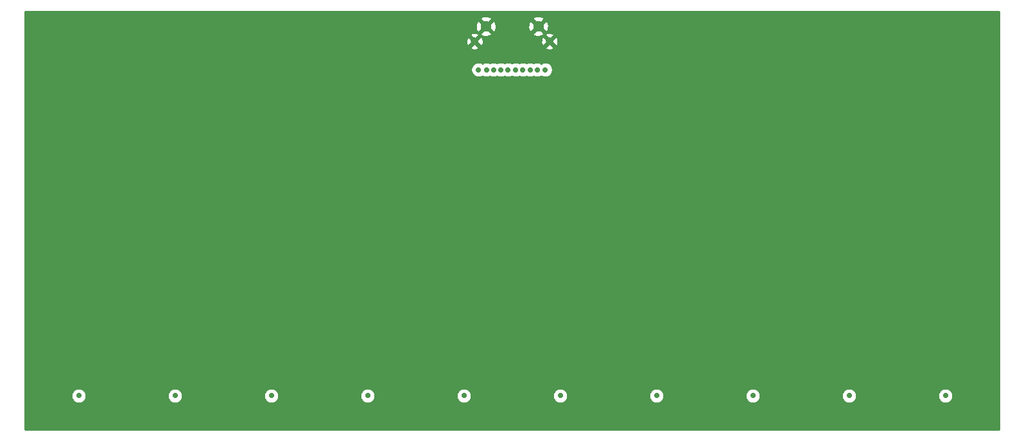
<source format=gbr>
G04 #@! TF.GenerationSoftware,KiCad,Pcbnew,(6.0.0-rc1-dev-305-gf0b8b2136)*
G04 #@! TF.CreationDate,2019-06-24T13:23:36-06:00*
G04 #@! TF.ProjectId,Station04,53746174696F6E30342E6B696361645F,rev?*
G04 #@! TF.SameCoordinates,Original*
G04 #@! TF.FileFunction,Copper,L3,Inr,Signal*
G04 #@! TF.FilePolarity,Positive*
%FSLAX46Y46*%
G04 Gerber Fmt 4.6, Leading zero omitted, Abs format (unit mm)*
G04 Created by KiCad (PCBNEW (6.0.0-rc1-dev-305-gf0b8b2136)) date 06/24/19 13:23:36*
%MOMM*%
%LPD*%
G01*
G04 APERTURE LIST*
G04 #@! TA.AperFunction,ViaPad*
%ADD10C,1.450000*%
G04 #@! TD*
G04 #@! TA.AperFunction,ViaPad*
%ADD11C,1.000000*%
G04 #@! TD*
G04 #@! TA.AperFunction,ViaPad*
%ADD12C,0.800000*%
G04 #@! TD*
G04 #@! TA.AperFunction,ViaPad*
%ADD13C,0.711200*%
G04 #@! TD*
G04 #@! TA.AperFunction,Conductor*
%ADD14C,0.254000*%
G04 #@! TD*
G04 APERTURE END LIST*
D10*
G04 #@! TO.N,GND*
G04 #@! TO.C,U1*
X68310000Y-2610000D03*
X61390000Y-2610000D03*
D11*
X69785000Y-4610000D03*
X59915000Y-4610000D03*
G04 #@! TD*
D12*
G04 #@! TO.N,GND*
X1500000Y-1500000D03*
X1500000Y-4470555D03*
X1500000Y-7441110D03*
X1500000Y-10411665D03*
X1500000Y-13382220D03*
X1500000Y-16352775D03*
X1500000Y-19323330D03*
X1500000Y-22293885D03*
X1500000Y-25264440D03*
X1500000Y-28234995D03*
X1500000Y-31205550D03*
X1500000Y-34176105D03*
X1500000Y-37146660D03*
X1500000Y-40117215D03*
X1500000Y-43087770D03*
X1500000Y-46058325D03*
X1500000Y-49028880D03*
X1500000Y-51999435D03*
X1500000Y-54970000D03*
X8500000Y-16352775D03*
X8500000Y-7441110D03*
X8500000Y-10411665D03*
X8500000Y-25264440D03*
X8500000Y-31205550D03*
X8500000Y-28234995D03*
X8500000Y-1500000D03*
X8500000Y-19323330D03*
X8500000Y-13382220D03*
X8500000Y-4470555D03*
X8500000Y-22293885D03*
X8500000Y-43087770D03*
X8500000Y-40117215D03*
X8500000Y-37146660D03*
X8500000Y-34176105D03*
X15500000Y-19323330D03*
X15500000Y-16352775D03*
X15500000Y-37146660D03*
X15500000Y-40117215D03*
X15500000Y-22293885D03*
X15500000Y-34176105D03*
X15500000Y-4470555D03*
X15500000Y-13382220D03*
X15500000Y-1500000D03*
X15500000Y-31205550D03*
X15500000Y-28234995D03*
X15500000Y-10411665D03*
X15500000Y-7441110D03*
X15500000Y-25264440D03*
X22500000Y-22293885D03*
X22500000Y-1500000D03*
X22500000Y-7441110D03*
X22500000Y-28234995D03*
X22500000Y-19323330D03*
X22500000Y-25264440D03*
X22500000Y-16352775D03*
X22500000Y-10411665D03*
X22500000Y-31205550D03*
X22500000Y-13382220D03*
X22500000Y-4470555D03*
X29500000Y-22293885D03*
X29500000Y-1500000D03*
X29500000Y-7441110D03*
X29500000Y-28234995D03*
X29500000Y-19323330D03*
X29500000Y-25264440D03*
X29500000Y-16352775D03*
X29500000Y-10411665D03*
X29500000Y-13382220D03*
X29500000Y-4470555D03*
X36500000Y-16352775D03*
X36500000Y-13382220D03*
X36500000Y-4470555D03*
X36500000Y-10411665D03*
X36500000Y-19323330D03*
X36500000Y-7441110D03*
X36500000Y-1500000D03*
X36500000Y-22293885D03*
X43500000Y-13382220D03*
X43500000Y-10411665D03*
X43500000Y-4470555D03*
X43500000Y-1500000D03*
X43500000Y-16352775D03*
X43500000Y-7441110D03*
X50500000Y-7441110D03*
X50500000Y-1500000D03*
X50500000Y-4470555D03*
X50500000Y-10411665D03*
X57500000Y-7441110D03*
X57500000Y-1500000D03*
X57500000Y-4470555D03*
X114200000Y-22293885D03*
X114200000Y-1500000D03*
X114200000Y-37146660D03*
X114200000Y-19323330D03*
X114200000Y-28234995D03*
X114200000Y-16352775D03*
X114200000Y-31205550D03*
X114200000Y-7441110D03*
X114200000Y-34176105D03*
X114200000Y-10411665D03*
X114200000Y-40117215D03*
X114200000Y-4470555D03*
X114200000Y-25264440D03*
X114200000Y-13382220D03*
X100200000Y-16352775D03*
X100200000Y-13382220D03*
X100200000Y-4470555D03*
X100200000Y-10411665D03*
X128200000Y-16352775D03*
X128200000Y-7441110D03*
X128200000Y-1500000D03*
X128200000Y-4470555D03*
X128200000Y-10411665D03*
X128200000Y-46058325D03*
X128200000Y-19323330D03*
X128200000Y-13382220D03*
X128200000Y-28234995D03*
X128200000Y-22293885D03*
X128200000Y-31205550D03*
X128200000Y-34176105D03*
X128200000Y-43087770D03*
X128200000Y-25264440D03*
X128200000Y-37146660D03*
X128200000Y-54970000D03*
X128200000Y-40117215D03*
X128200000Y-49028880D03*
X128200000Y-51999435D03*
X100200000Y-25264440D03*
X100200000Y-19323330D03*
X100200000Y-7441110D03*
X100200000Y-1500000D03*
X100200000Y-28234995D03*
X100200000Y-22293885D03*
X121200000Y-19323330D03*
X121200000Y-16352775D03*
X121200000Y-37146660D03*
X121200000Y-40117215D03*
X121200000Y-43087770D03*
X121200000Y-22293885D03*
X121200000Y-34176105D03*
X121200000Y-4470555D03*
X121200000Y-13382220D03*
X121200000Y-1500000D03*
X121200000Y-31205550D03*
X121200000Y-28234995D03*
X121200000Y-10411665D03*
X121200000Y-7441110D03*
X121200000Y-25264440D03*
X107200000Y-25264440D03*
X107200000Y-13382220D03*
X107200000Y-22293885D03*
X107200000Y-16352775D03*
X107200000Y-31205550D03*
X107200000Y-1500000D03*
X107200000Y-7441110D03*
X107200000Y-4470555D03*
X107200000Y-28234995D03*
X107200000Y-10411665D03*
X107200000Y-19323330D03*
X72200000Y-4470555D03*
X79200000Y-7441110D03*
X86200000Y-7441110D03*
X86200000Y-16352775D03*
X86200000Y-1500000D03*
X93200000Y-13382220D03*
X86200000Y-4470555D03*
X86200000Y-10411665D03*
X79200000Y-1500000D03*
X93200000Y-4470555D03*
X93200000Y-10411665D03*
X93200000Y-19323330D03*
X93200000Y-7441110D03*
X93200000Y-22293885D03*
X93200000Y-1500000D03*
X93200000Y-16352775D03*
X72200000Y-1500000D03*
X79200000Y-10411665D03*
X72200000Y-7441110D03*
X79200000Y-4470555D03*
X86200000Y-13382220D03*
D13*
X53390640Y-25689300D03*
X82039040Y-25689300D03*
X76309360Y-25689300D03*
X47660960Y-25689300D03*
X87768720Y-25689300D03*
X36201600Y-25689300D03*
X93498400Y-25689300D03*
X70579680Y-25689300D03*
X64850000Y-25689300D03*
X41931280Y-25689300D03*
X59120320Y-25689300D03*
X51590640Y-28889700D03*
X84739040Y-28889700D03*
X78109360Y-28889700D03*
X44960960Y-28889700D03*
X91368720Y-28889700D03*
X31701600Y-28889700D03*
X97998400Y-28889700D03*
X71479680Y-28889700D03*
X64850000Y-28889700D03*
X38331280Y-28889700D03*
X58220320Y-28889700D03*
X49883020Y-31963100D03*
X87268720Y-31963100D03*
X79791580Y-31963100D03*
X42405880Y-31963100D03*
X94745860Y-31963100D03*
X27451600Y-31963100D03*
X102248400Y-31963100D03*
X72314440Y-31963100D03*
X64837300Y-31963100D03*
X34928740Y-31963100D03*
X57360160Y-31963100D03*
X48183020Y-35138100D03*
X89818720Y-35138100D03*
X81491580Y-35138100D03*
X39855880Y-35138100D03*
X98145860Y-35138100D03*
X23201600Y-35138100D03*
X106498400Y-35138100D03*
X73164440Y-35138100D03*
X64837300Y-35138100D03*
X31528740Y-35138100D03*
X56510160Y-35138100D03*
X46283020Y-38617900D03*
X92668720Y-38617900D03*
X83391580Y-38617900D03*
X37005880Y-38617900D03*
X101945860Y-38617900D03*
X18451600Y-38617900D03*
X111248400Y-38617900D03*
X74114440Y-38617900D03*
X64837300Y-38617900D03*
X27728740Y-38617900D03*
X55560160Y-38617900D03*
X44383020Y-42097700D03*
X95518720Y-42097700D03*
X85291580Y-42097700D03*
X34155880Y-42097700D03*
X105745860Y-42097700D03*
X13701600Y-42097700D03*
X115998400Y-42097700D03*
X75064440Y-42097700D03*
X64837300Y-42097700D03*
X23928740Y-42097700D03*
X54610160Y-42097700D03*
X42583020Y-45526700D03*
X98218720Y-45526700D03*
X87091580Y-45526700D03*
X31455880Y-45526700D03*
X109345860Y-45526700D03*
X9201600Y-45526700D03*
X120498400Y-45526700D03*
X75964440Y-45526700D03*
X64837300Y-45526700D03*
X20328740Y-45526700D03*
X53710160Y-45526700D03*
X40783020Y-48879500D03*
X100918720Y-48879500D03*
X88891580Y-48879500D03*
X28755880Y-48879500D03*
X112945860Y-48879500D03*
X4701600Y-48879500D03*
X124998400Y-48879500D03*
X76864440Y-48879500D03*
X64837300Y-48879500D03*
X16728740Y-48879500D03*
X52810160Y-48879500D03*
X74839040Y-16907250D03*
X58190640Y-16907250D03*
X71509360Y-16907250D03*
X54860960Y-16907250D03*
X78168720Y-16907250D03*
X48201600Y-16907250D03*
X81498400Y-16907250D03*
X68179680Y-16907250D03*
X64850000Y-16907250D03*
X51531280Y-16907250D03*
X61520320Y-16907250D03*
X72289040Y-13833850D03*
X59890640Y-13833850D03*
X69809360Y-13833850D03*
X57410960Y-13833850D03*
X74618720Y-13833850D03*
X52020000Y-13833850D03*
X77248400Y-13833850D03*
X67329680Y-13833850D03*
X64850000Y-13833850D03*
X55081280Y-13833850D03*
X62370320Y-13833850D03*
X79639040Y-22895300D03*
X59920320Y-22895300D03*
X45131280Y-22895300D03*
X64850000Y-22895300D03*
X69779680Y-22895300D03*
X89498400Y-22895300D03*
X40201600Y-22895300D03*
X84568720Y-22895300D03*
X50060960Y-22895300D03*
X74709360Y-22895300D03*
X54990640Y-22895300D03*
X77239040Y-19980650D03*
X60720320Y-19980650D03*
X48331280Y-19980650D03*
X64850000Y-19980650D03*
X68979680Y-19980650D03*
X85498400Y-19980650D03*
X44201600Y-19980650D03*
X81368720Y-19980650D03*
X52460960Y-19980650D03*
X73109360Y-19980650D03*
X56590640Y-19980650D03*
G04 #@! TO.N,Net-(U1-Pad20)*
X60410000Y-8350000D03*
X7700000Y-51350000D03*
G04 #@! TO.N,Net-(U1-Pad18)*
X20400000Y-51350000D03*
X61460000Y-8350000D03*
G04 #@! TO.N,Net-(U1-Pad16)*
X33100000Y-51350000D03*
X62410000Y-8350000D03*
G04 #@! TO.N,Net-(U1-Pad14)*
X45800000Y-51350000D03*
X63360000Y-8350000D03*
G04 #@! TO.N,Net-(U1-Pad12)*
X58500000Y-51350000D03*
X64310000Y-8350000D03*
G04 #@! TO.N,Net-(U1-Pad10)*
X71200000Y-51350000D03*
X65310000Y-8350000D03*
G04 #@! TO.N,Net-(U1-Pad8)*
X83900000Y-51350000D03*
X66260000Y-8350000D03*
G04 #@! TO.N,Net-(U1-Pad6)*
X96600000Y-51350000D03*
X67210000Y-8350000D03*
G04 #@! TO.N,Net-(U1-Pad4)*
X109300000Y-51350000D03*
X68160000Y-8350000D03*
G04 #@! TO.N,Net-(U1-Pad2)*
X122000000Y-51350000D03*
X69210000Y-8350000D03*
G04 #@! TD*
D14*
G04 #@! TO.N,GND*
G36*
X129040000Y-55810000D02*
X660000Y-55810000D01*
X660000Y-51252434D01*
X6709400Y-51252434D01*
X6709400Y-51447566D01*
X6747468Y-51638947D01*
X6822142Y-51819225D01*
X6930551Y-51981471D01*
X7068529Y-52119449D01*
X7230775Y-52227858D01*
X7411053Y-52302532D01*
X7602434Y-52340600D01*
X7797566Y-52340600D01*
X7988947Y-52302532D01*
X8169225Y-52227858D01*
X8331471Y-52119449D01*
X8469449Y-51981471D01*
X8577858Y-51819225D01*
X8652532Y-51638947D01*
X8690600Y-51447566D01*
X8690600Y-51252434D01*
X19409400Y-51252434D01*
X19409400Y-51447566D01*
X19447468Y-51638947D01*
X19522142Y-51819225D01*
X19630551Y-51981471D01*
X19768529Y-52119449D01*
X19930775Y-52227858D01*
X20111053Y-52302532D01*
X20302434Y-52340600D01*
X20497566Y-52340600D01*
X20688947Y-52302532D01*
X20869225Y-52227858D01*
X21031471Y-52119449D01*
X21169449Y-51981471D01*
X21277858Y-51819225D01*
X21352532Y-51638947D01*
X21390600Y-51447566D01*
X21390600Y-51252434D01*
X32109400Y-51252434D01*
X32109400Y-51447566D01*
X32147468Y-51638947D01*
X32222142Y-51819225D01*
X32330551Y-51981471D01*
X32468529Y-52119449D01*
X32630775Y-52227858D01*
X32811053Y-52302532D01*
X33002434Y-52340600D01*
X33197566Y-52340600D01*
X33388947Y-52302532D01*
X33569225Y-52227858D01*
X33731471Y-52119449D01*
X33869449Y-51981471D01*
X33977858Y-51819225D01*
X34052532Y-51638947D01*
X34090600Y-51447566D01*
X34090600Y-51252434D01*
X44809400Y-51252434D01*
X44809400Y-51447566D01*
X44847468Y-51638947D01*
X44922142Y-51819225D01*
X45030551Y-51981471D01*
X45168529Y-52119449D01*
X45330775Y-52227858D01*
X45511053Y-52302532D01*
X45702434Y-52340600D01*
X45897566Y-52340600D01*
X46088947Y-52302532D01*
X46269225Y-52227858D01*
X46431471Y-52119449D01*
X46569449Y-51981471D01*
X46677858Y-51819225D01*
X46752532Y-51638947D01*
X46790600Y-51447566D01*
X46790600Y-51252434D01*
X57509400Y-51252434D01*
X57509400Y-51447566D01*
X57547468Y-51638947D01*
X57622142Y-51819225D01*
X57730551Y-51981471D01*
X57868529Y-52119449D01*
X58030775Y-52227858D01*
X58211053Y-52302532D01*
X58402434Y-52340600D01*
X58597566Y-52340600D01*
X58788947Y-52302532D01*
X58969225Y-52227858D01*
X59131471Y-52119449D01*
X59269449Y-51981471D01*
X59377858Y-51819225D01*
X59452532Y-51638947D01*
X59490600Y-51447566D01*
X59490600Y-51252434D01*
X70209400Y-51252434D01*
X70209400Y-51447566D01*
X70247468Y-51638947D01*
X70322142Y-51819225D01*
X70430551Y-51981471D01*
X70568529Y-52119449D01*
X70730775Y-52227858D01*
X70911053Y-52302532D01*
X71102434Y-52340600D01*
X71297566Y-52340600D01*
X71488947Y-52302532D01*
X71669225Y-52227858D01*
X71831471Y-52119449D01*
X71969449Y-51981471D01*
X72077858Y-51819225D01*
X72152532Y-51638947D01*
X72190600Y-51447566D01*
X72190600Y-51252434D01*
X82909400Y-51252434D01*
X82909400Y-51447566D01*
X82947468Y-51638947D01*
X83022142Y-51819225D01*
X83130551Y-51981471D01*
X83268529Y-52119449D01*
X83430775Y-52227858D01*
X83611053Y-52302532D01*
X83802434Y-52340600D01*
X83997566Y-52340600D01*
X84188947Y-52302532D01*
X84369225Y-52227858D01*
X84531471Y-52119449D01*
X84669449Y-51981471D01*
X84777858Y-51819225D01*
X84852532Y-51638947D01*
X84890600Y-51447566D01*
X84890600Y-51252434D01*
X95609400Y-51252434D01*
X95609400Y-51447566D01*
X95647468Y-51638947D01*
X95722142Y-51819225D01*
X95830551Y-51981471D01*
X95968529Y-52119449D01*
X96130775Y-52227858D01*
X96311053Y-52302532D01*
X96502434Y-52340600D01*
X96697566Y-52340600D01*
X96888947Y-52302532D01*
X97069225Y-52227858D01*
X97231471Y-52119449D01*
X97369449Y-51981471D01*
X97477858Y-51819225D01*
X97552532Y-51638947D01*
X97590600Y-51447566D01*
X97590600Y-51252434D01*
X108309400Y-51252434D01*
X108309400Y-51447566D01*
X108347468Y-51638947D01*
X108422142Y-51819225D01*
X108530551Y-51981471D01*
X108668529Y-52119449D01*
X108830775Y-52227858D01*
X109011053Y-52302532D01*
X109202434Y-52340600D01*
X109397566Y-52340600D01*
X109588947Y-52302532D01*
X109769225Y-52227858D01*
X109931471Y-52119449D01*
X110069449Y-51981471D01*
X110177858Y-51819225D01*
X110252532Y-51638947D01*
X110290600Y-51447566D01*
X110290600Y-51252434D01*
X121009400Y-51252434D01*
X121009400Y-51447566D01*
X121047468Y-51638947D01*
X121122142Y-51819225D01*
X121230551Y-51981471D01*
X121368529Y-52119449D01*
X121530775Y-52227858D01*
X121711053Y-52302532D01*
X121902434Y-52340600D01*
X122097566Y-52340600D01*
X122288947Y-52302532D01*
X122469225Y-52227858D01*
X122631471Y-52119449D01*
X122769449Y-51981471D01*
X122877858Y-51819225D01*
X122952532Y-51638947D01*
X122990600Y-51447566D01*
X122990600Y-51252434D01*
X122952532Y-51061053D01*
X122877858Y-50880775D01*
X122769449Y-50718529D01*
X122631471Y-50580551D01*
X122469225Y-50472142D01*
X122288947Y-50397468D01*
X122097566Y-50359400D01*
X121902434Y-50359400D01*
X121711053Y-50397468D01*
X121530775Y-50472142D01*
X121368529Y-50580551D01*
X121230551Y-50718529D01*
X121122142Y-50880775D01*
X121047468Y-51061053D01*
X121009400Y-51252434D01*
X110290600Y-51252434D01*
X110252532Y-51061053D01*
X110177858Y-50880775D01*
X110069449Y-50718529D01*
X109931471Y-50580551D01*
X109769225Y-50472142D01*
X109588947Y-50397468D01*
X109397566Y-50359400D01*
X109202434Y-50359400D01*
X109011053Y-50397468D01*
X108830775Y-50472142D01*
X108668529Y-50580551D01*
X108530551Y-50718529D01*
X108422142Y-50880775D01*
X108347468Y-51061053D01*
X108309400Y-51252434D01*
X97590600Y-51252434D01*
X97552532Y-51061053D01*
X97477858Y-50880775D01*
X97369449Y-50718529D01*
X97231471Y-50580551D01*
X97069225Y-50472142D01*
X96888947Y-50397468D01*
X96697566Y-50359400D01*
X96502434Y-50359400D01*
X96311053Y-50397468D01*
X96130775Y-50472142D01*
X95968529Y-50580551D01*
X95830551Y-50718529D01*
X95722142Y-50880775D01*
X95647468Y-51061053D01*
X95609400Y-51252434D01*
X84890600Y-51252434D01*
X84852532Y-51061053D01*
X84777858Y-50880775D01*
X84669449Y-50718529D01*
X84531471Y-50580551D01*
X84369225Y-50472142D01*
X84188947Y-50397468D01*
X83997566Y-50359400D01*
X83802434Y-50359400D01*
X83611053Y-50397468D01*
X83430775Y-50472142D01*
X83268529Y-50580551D01*
X83130551Y-50718529D01*
X83022142Y-50880775D01*
X82947468Y-51061053D01*
X82909400Y-51252434D01*
X72190600Y-51252434D01*
X72152532Y-51061053D01*
X72077858Y-50880775D01*
X71969449Y-50718529D01*
X71831471Y-50580551D01*
X71669225Y-50472142D01*
X71488947Y-50397468D01*
X71297566Y-50359400D01*
X71102434Y-50359400D01*
X70911053Y-50397468D01*
X70730775Y-50472142D01*
X70568529Y-50580551D01*
X70430551Y-50718529D01*
X70322142Y-50880775D01*
X70247468Y-51061053D01*
X70209400Y-51252434D01*
X59490600Y-51252434D01*
X59452532Y-51061053D01*
X59377858Y-50880775D01*
X59269449Y-50718529D01*
X59131471Y-50580551D01*
X58969225Y-50472142D01*
X58788947Y-50397468D01*
X58597566Y-50359400D01*
X58402434Y-50359400D01*
X58211053Y-50397468D01*
X58030775Y-50472142D01*
X57868529Y-50580551D01*
X57730551Y-50718529D01*
X57622142Y-50880775D01*
X57547468Y-51061053D01*
X57509400Y-51252434D01*
X46790600Y-51252434D01*
X46752532Y-51061053D01*
X46677858Y-50880775D01*
X46569449Y-50718529D01*
X46431471Y-50580551D01*
X46269225Y-50472142D01*
X46088947Y-50397468D01*
X45897566Y-50359400D01*
X45702434Y-50359400D01*
X45511053Y-50397468D01*
X45330775Y-50472142D01*
X45168529Y-50580551D01*
X45030551Y-50718529D01*
X44922142Y-50880775D01*
X44847468Y-51061053D01*
X44809400Y-51252434D01*
X34090600Y-51252434D01*
X34052532Y-51061053D01*
X33977858Y-50880775D01*
X33869449Y-50718529D01*
X33731471Y-50580551D01*
X33569225Y-50472142D01*
X33388947Y-50397468D01*
X33197566Y-50359400D01*
X33002434Y-50359400D01*
X32811053Y-50397468D01*
X32630775Y-50472142D01*
X32468529Y-50580551D01*
X32330551Y-50718529D01*
X32222142Y-50880775D01*
X32147468Y-51061053D01*
X32109400Y-51252434D01*
X21390600Y-51252434D01*
X21352532Y-51061053D01*
X21277858Y-50880775D01*
X21169449Y-50718529D01*
X21031471Y-50580551D01*
X20869225Y-50472142D01*
X20688947Y-50397468D01*
X20497566Y-50359400D01*
X20302434Y-50359400D01*
X20111053Y-50397468D01*
X19930775Y-50472142D01*
X19768529Y-50580551D01*
X19630551Y-50718529D01*
X19522142Y-50880775D01*
X19447468Y-51061053D01*
X19409400Y-51252434D01*
X8690600Y-51252434D01*
X8652532Y-51061053D01*
X8577858Y-50880775D01*
X8469449Y-50718529D01*
X8331471Y-50580551D01*
X8169225Y-50472142D01*
X7988947Y-50397468D01*
X7797566Y-50359400D01*
X7602434Y-50359400D01*
X7411053Y-50397468D01*
X7230775Y-50472142D01*
X7068529Y-50580551D01*
X6930551Y-50718529D01*
X6822142Y-50880775D01*
X6747468Y-51061053D01*
X6709400Y-51252434D01*
X660000Y-51252434D01*
X660000Y-8252434D01*
X59419400Y-8252434D01*
X59419400Y-8447566D01*
X59457468Y-8638947D01*
X59532142Y-8819225D01*
X59640551Y-8981471D01*
X59778529Y-9119449D01*
X59940775Y-9227858D01*
X60121053Y-9302532D01*
X60312434Y-9340600D01*
X60507566Y-9340600D01*
X60698947Y-9302532D01*
X60879225Y-9227858D01*
X60935000Y-9190590D01*
X60990775Y-9227858D01*
X61171053Y-9302532D01*
X61362434Y-9340600D01*
X61557566Y-9340600D01*
X61748947Y-9302532D01*
X61929225Y-9227858D01*
X61935000Y-9223999D01*
X61940775Y-9227858D01*
X62121053Y-9302532D01*
X62312434Y-9340600D01*
X62507566Y-9340600D01*
X62698947Y-9302532D01*
X62879225Y-9227858D01*
X62885000Y-9223999D01*
X62890775Y-9227858D01*
X63071053Y-9302532D01*
X63262434Y-9340600D01*
X63457566Y-9340600D01*
X63648947Y-9302532D01*
X63829225Y-9227858D01*
X63835000Y-9223999D01*
X63840775Y-9227858D01*
X64021053Y-9302532D01*
X64212434Y-9340600D01*
X64407566Y-9340600D01*
X64598947Y-9302532D01*
X64779225Y-9227858D01*
X64810000Y-9207295D01*
X64840775Y-9227858D01*
X65021053Y-9302532D01*
X65212434Y-9340600D01*
X65407566Y-9340600D01*
X65598947Y-9302532D01*
X65779225Y-9227858D01*
X65785000Y-9223999D01*
X65790775Y-9227858D01*
X65971053Y-9302532D01*
X66162434Y-9340600D01*
X66357566Y-9340600D01*
X66548947Y-9302532D01*
X66729225Y-9227858D01*
X66735000Y-9223999D01*
X66740775Y-9227858D01*
X66921053Y-9302532D01*
X67112434Y-9340600D01*
X67307566Y-9340600D01*
X67498947Y-9302532D01*
X67679225Y-9227858D01*
X67685000Y-9223999D01*
X67690775Y-9227858D01*
X67871053Y-9302532D01*
X68062434Y-9340600D01*
X68257566Y-9340600D01*
X68448947Y-9302532D01*
X68629225Y-9227858D01*
X68685000Y-9190590D01*
X68740775Y-9227858D01*
X68921053Y-9302532D01*
X69112434Y-9340600D01*
X69307566Y-9340600D01*
X69498947Y-9302532D01*
X69679225Y-9227858D01*
X69841471Y-9119449D01*
X69979449Y-8981471D01*
X70087858Y-8819225D01*
X70162532Y-8638947D01*
X70200600Y-8447566D01*
X70200600Y-8252434D01*
X70162532Y-8061053D01*
X70087858Y-7880775D01*
X69979449Y-7718529D01*
X69841471Y-7580551D01*
X69679225Y-7472142D01*
X69498947Y-7397468D01*
X69307566Y-7359400D01*
X69112434Y-7359400D01*
X68921053Y-7397468D01*
X68740775Y-7472142D01*
X68685000Y-7509410D01*
X68629225Y-7472142D01*
X68448947Y-7397468D01*
X68257566Y-7359400D01*
X68062434Y-7359400D01*
X67871053Y-7397468D01*
X67690775Y-7472142D01*
X67685000Y-7476001D01*
X67679225Y-7472142D01*
X67498947Y-7397468D01*
X67307566Y-7359400D01*
X67112434Y-7359400D01*
X66921053Y-7397468D01*
X66740775Y-7472142D01*
X66735000Y-7476001D01*
X66729225Y-7472142D01*
X66548947Y-7397468D01*
X66357566Y-7359400D01*
X66162434Y-7359400D01*
X65971053Y-7397468D01*
X65790775Y-7472142D01*
X65785000Y-7476001D01*
X65779225Y-7472142D01*
X65598947Y-7397468D01*
X65407566Y-7359400D01*
X65212434Y-7359400D01*
X65021053Y-7397468D01*
X64840775Y-7472142D01*
X64810000Y-7492705D01*
X64779225Y-7472142D01*
X64598947Y-7397468D01*
X64407566Y-7359400D01*
X64212434Y-7359400D01*
X64021053Y-7397468D01*
X63840775Y-7472142D01*
X63835000Y-7476001D01*
X63829225Y-7472142D01*
X63648947Y-7397468D01*
X63457566Y-7359400D01*
X63262434Y-7359400D01*
X63071053Y-7397468D01*
X62890775Y-7472142D01*
X62885000Y-7476001D01*
X62879225Y-7472142D01*
X62698947Y-7397468D01*
X62507566Y-7359400D01*
X62312434Y-7359400D01*
X62121053Y-7397468D01*
X61940775Y-7472142D01*
X61935000Y-7476001D01*
X61929225Y-7472142D01*
X61748947Y-7397468D01*
X61557566Y-7359400D01*
X61362434Y-7359400D01*
X61171053Y-7397468D01*
X60990775Y-7472142D01*
X60935000Y-7509410D01*
X60879225Y-7472142D01*
X60698947Y-7397468D01*
X60507566Y-7359400D01*
X60312434Y-7359400D01*
X60121053Y-7397468D01*
X59940775Y-7472142D01*
X59778529Y-7580551D01*
X59640551Y-7718529D01*
X59532142Y-7880775D01*
X59457468Y-8061053D01*
X59419400Y-8252434D01*
X660000Y-8252434D01*
X660000Y-5388166D01*
X59316439Y-5388166D01*
X59351550Y-5601588D01*
X59555826Y-5692458D01*
X59773905Y-5741731D01*
X59997406Y-5747511D01*
X60217740Y-5709577D01*
X60426440Y-5629387D01*
X60478450Y-5601588D01*
X60513561Y-5388166D01*
X69186439Y-5388166D01*
X69221550Y-5601588D01*
X69425826Y-5692458D01*
X69643905Y-5741731D01*
X69867406Y-5747511D01*
X70087740Y-5709577D01*
X70296440Y-5629387D01*
X70348450Y-5601588D01*
X70383561Y-5388166D01*
X69785000Y-4789605D01*
X69186439Y-5388166D01*
X60513561Y-5388166D01*
X59915000Y-4789605D01*
X59316439Y-5388166D01*
X660000Y-5388166D01*
X660000Y-4692406D01*
X58777489Y-4692406D01*
X58815423Y-4912740D01*
X58895613Y-5121440D01*
X58923412Y-5173450D01*
X59136834Y-5208561D01*
X59735395Y-4610000D01*
X60094605Y-4610000D01*
X60693166Y-5208561D01*
X60906588Y-5173450D01*
X60997458Y-4969174D01*
X61046731Y-4751095D01*
X61048248Y-4692406D01*
X68647489Y-4692406D01*
X68685423Y-4912740D01*
X68765613Y-5121440D01*
X68793412Y-5173450D01*
X69006834Y-5208561D01*
X69605395Y-4610000D01*
X69964605Y-4610000D01*
X70563166Y-5208561D01*
X70776588Y-5173450D01*
X70867458Y-4969174D01*
X70916731Y-4751095D01*
X70922511Y-4527594D01*
X70884577Y-4307260D01*
X70804387Y-4098560D01*
X70776588Y-4046550D01*
X70563166Y-4011439D01*
X69964605Y-4610000D01*
X69605395Y-4610000D01*
X69006834Y-4011439D01*
X68793412Y-4046550D01*
X68702542Y-4250826D01*
X68653269Y-4468905D01*
X68647489Y-4692406D01*
X61048248Y-4692406D01*
X61052511Y-4527594D01*
X61014577Y-4307260D01*
X60934387Y-4098560D01*
X60906588Y-4046550D01*
X60693166Y-4011439D01*
X60094605Y-4610000D01*
X59735395Y-4610000D01*
X59136834Y-4011439D01*
X58923412Y-4046550D01*
X58832542Y-4250826D01*
X58783269Y-4468905D01*
X58777489Y-4692406D01*
X660000Y-4692406D01*
X660000Y-3831834D01*
X59316439Y-3831834D01*
X59915000Y-4430395D01*
X60513561Y-3831834D01*
X60478450Y-3618412D01*
X60322711Y-3549133D01*
X60630472Y-3549133D01*
X60692965Y-3785450D01*
X60935678Y-3898850D01*
X61195849Y-3962719D01*
X61463482Y-3974604D01*
X61728291Y-3934048D01*
X61980100Y-3842609D01*
X62087035Y-3785450D01*
X62149528Y-3549133D01*
X67550472Y-3549133D01*
X67612965Y-3785450D01*
X67855678Y-3898850D01*
X68115849Y-3962719D01*
X68383482Y-3974604D01*
X68648291Y-3934048D01*
X68900100Y-3842609D01*
X68920258Y-3831834D01*
X69186439Y-3831834D01*
X69785000Y-4430395D01*
X70383561Y-3831834D01*
X70348450Y-3618412D01*
X70144174Y-3527542D01*
X69926095Y-3478269D01*
X69702594Y-3472489D01*
X69482260Y-3510423D01*
X69273560Y-3590613D01*
X69221550Y-3618412D01*
X69186439Y-3831834D01*
X68920258Y-3831834D01*
X69007035Y-3785450D01*
X69069528Y-3549133D01*
X68310000Y-2789605D01*
X67550472Y-3549133D01*
X62149528Y-3549133D01*
X61390000Y-2789605D01*
X60630472Y-3549133D01*
X60322711Y-3549133D01*
X60274174Y-3527542D01*
X60056095Y-3478269D01*
X59832594Y-3472489D01*
X59612260Y-3510423D01*
X59403560Y-3590613D01*
X59351550Y-3618412D01*
X59316439Y-3831834D01*
X660000Y-3831834D01*
X660000Y-2683482D01*
X60025396Y-2683482D01*
X60065952Y-2948291D01*
X60157391Y-3200100D01*
X60214550Y-3307035D01*
X60450867Y-3369528D01*
X61210395Y-2610000D01*
X61569605Y-2610000D01*
X62329133Y-3369528D01*
X62565450Y-3307035D01*
X62678850Y-3064322D01*
X62742719Y-2804151D01*
X62748077Y-2683482D01*
X66945396Y-2683482D01*
X66985952Y-2948291D01*
X67077391Y-3200100D01*
X67134550Y-3307035D01*
X67370867Y-3369528D01*
X68130395Y-2610000D01*
X68489605Y-2610000D01*
X69249133Y-3369528D01*
X69485450Y-3307035D01*
X69598850Y-3064322D01*
X69662719Y-2804151D01*
X69674604Y-2536518D01*
X69634048Y-2271709D01*
X69542609Y-2019900D01*
X69485450Y-1912965D01*
X69249133Y-1850472D01*
X68489605Y-2610000D01*
X68130395Y-2610000D01*
X67370867Y-1850472D01*
X67134550Y-1912965D01*
X67021150Y-2155678D01*
X66957281Y-2415849D01*
X66945396Y-2683482D01*
X62748077Y-2683482D01*
X62754604Y-2536518D01*
X62714048Y-2271709D01*
X62622609Y-2019900D01*
X62565450Y-1912965D01*
X62329133Y-1850472D01*
X61569605Y-2610000D01*
X61210395Y-2610000D01*
X60450867Y-1850472D01*
X60214550Y-1912965D01*
X60101150Y-2155678D01*
X60037281Y-2415849D01*
X60025396Y-2683482D01*
X660000Y-2683482D01*
X660000Y-1670867D01*
X60630472Y-1670867D01*
X61390000Y-2430395D01*
X62149528Y-1670867D01*
X67550472Y-1670867D01*
X68310000Y-2430395D01*
X69069528Y-1670867D01*
X69007035Y-1434550D01*
X68764322Y-1321150D01*
X68504151Y-1257281D01*
X68236518Y-1245396D01*
X67971709Y-1285952D01*
X67719900Y-1377391D01*
X67612965Y-1434550D01*
X67550472Y-1670867D01*
X62149528Y-1670867D01*
X62087035Y-1434550D01*
X61844322Y-1321150D01*
X61584151Y-1257281D01*
X61316518Y-1245396D01*
X61051709Y-1285952D01*
X60799900Y-1377391D01*
X60692965Y-1434550D01*
X60630472Y-1670867D01*
X660000Y-1670867D01*
X660000Y-660000D01*
X129040001Y-660000D01*
X129040000Y-55810000D01*
X129040000Y-55810000D01*
G37*
X129040000Y-55810000D02*
X660000Y-55810000D01*
X660000Y-51252434D01*
X6709400Y-51252434D01*
X6709400Y-51447566D01*
X6747468Y-51638947D01*
X6822142Y-51819225D01*
X6930551Y-51981471D01*
X7068529Y-52119449D01*
X7230775Y-52227858D01*
X7411053Y-52302532D01*
X7602434Y-52340600D01*
X7797566Y-52340600D01*
X7988947Y-52302532D01*
X8169225Y-52227858D01*
X8331471Y-52119449D01*
X8469449Y-51981471D01*
X8577858Y-51819225D01*
X8652532Y-51638947D01*
X8690600Y-51447566D01*
X8690600Y-51252434D01*
X19409400Y-51252434D01*
X19409400Y-51447566D01*
X19447468Y-51638947D01*
X19522142Y-51819225D01*
X19630551Y-51981471D01*
X19768529Y-52119449D01*
X19930775Y-52227858D01*
X20111053Y-52302532D01*
X20302434Y-52340600D01*
X20497566Y-52340600D01*
X20688947Y-52302532D01*
X20869225Y-52227858D01*
X21031471Y-52119449D01*
X21169449Y-51981471D01*
X21277858Y-51819225D01*
X21352532Y-51638947D01*
X21390600Y-51447566D01*
X21390600Y-51252434D01*
X32109400Y-51252434D01*
X32109400Y-51447566D01*
X32147468Y-51638947D01*
X32222142Y-51819225D01*
X32330551Y-51981471D01*
X32468529Y-52119449D01*
X32630775Y-52227858D01*
X32811053Y-52302532D01*
X33002434Y-52340600D01*
X33197566Y-52340600D01*
X33388947Y-52302532D01*
X33569225Y-52227858D01*
X33731471Y-52119449D01*
X33869449Y-51981471D01*
X33977858Y-51819225D01*
X34052532Y-51638947D01*
X34090600Y-51447566D01*
X34090600Y-51252434D01*
X44809400Y-51252434D01*
X44809400Y-51447566D01*
X44847468Y-51638947D01*
X44922142Y-51819225D01*
X45030551Y-51981471D01*
X45168529Y-52119449D01*
X45330775Y-52227858D01*
X45511053Y-52302532D01*
X45702434Y-52340600D01*
X45897566Y-52340600D01*
X46088947Y-52302532D01*
X46269225Y-52227858D01*
X46431471Y-52119449D01*
X46569449Y-51981471D01*
X46677858Y-51819225D01*
X46752532Y-51638947D01*
X46790600Y-51447566D01*
X46790600Y-51252434D01*
X57509400Y-51252434D01*
X57509400Y-51447566D01*
X57547468Y-51638947D01*
X57622142Y-51819225D01*
X57730551Y-51981471D01*
X57868529Y-52119449D01*
X58030775Y-52227858D01*
X58211053Y-52302532D01*
X58402434Y-52340600D01*
X58597566Y-52340600D01*
X58788947Y-52302532D01*
X58969225Y-52227858D01*
X59131471Y-52119449D01*
X59269449Y-51981471D01*
X59377858Y-51819225D01*
X59452532Y-51638947D01*
X59490600Y-51447566D01*
X59490600Y-51252434D01*
X70209400Y-51252434D01*
X70209400Y-51447566D01*
X70247468Y-51638947D01*
X70322142Y-51819225D01*
X70430551Y-51981471D01*
X70568529Y-52119449D01*
X70730775Y-52227858D01*
X70911053Y-52302532D01*
X71102434Y-52340600D01*
X71297566Y-52340600D01*
X71488947Y-52302532D01*
X71669225Y-52227858D01*
X71831471Y-52119449D01*
X71969449Y-51981471D01*
X72077858Y-51819225D01*
X72152532Y-51638947D01*
X72190600Y-51447566D01*
X72190600Y-51252434D01*
X82909400Y-51252434D01*
X82909400Y-51447566D01*
X82947468Y-51638947D01*
X83022142Y-51819225D01*
X83130551Y-51981471D01*
X83268529Y-52119449D01*
X83430775Y-52227858D01*
X83611053Y-52302532D01*
X83802434Y-52340600D01*
X83997566Y-52340600D01*
X84188947Y-52302532D01*
X84369225Y-52227858D01*
X84531471Y-52119449D01*
X84669449Y-51981471D01*
X84777858Y-51819225D01*
X84852532Y-51638947D01*
X84890600Y-51447566D01*
X84890600Y-51252434D01*
X95609400Y-51252434D01*
X95609400Y-51447566D01*
X95647468Y-51638947D01*
X95722142Y-51819225D01*
X95830551Y-51981471D01*
X95968529Y-52119449D01*
X96130775Y-52227858D01*
X96311053Y-52302532D01*
X96502434Y-52340600D01*
X96697566Y-52340600D01*
X96888947Y-52302532D01*
X97069225Y-52227858D01*
X97231471Y-52119449D01*
X97369449Y-51981471D01*
X97477858Y-51819225D01*
X97552532Y-51638947D01*
X97590600Y-51447566D01*
X97590600Y-51252434D01*
X108309400Y-51252434D01*
X108309400Y-51447566D01*
X108347468Y-51638947D01*
X108422142Y-51819225D01*
X108530551Y-51981471D01*
X108668529Y-52119449D01*
X108830775Y-52227858D01*
X109011053Y-52302532D01*
X109202434Y-52340600D01*
X109397566Y-52340600D01*
X109588947Y-52302532D01*
X109769225Y-52227858D01*
X109931471Y-52119449D01*
X110069449Y-51981471D01*
X110177858Y-51819225D01*
X110252532Y-51638947D01*
X110290600Y-51447566D01*
X110290600Y-51252434D01*
X121009400Y-51252434D01*
X121009400Y-51447566D01*
X121047468Y-51638947D01*
X121122142Y-51819225D01*
X121230551Y-51981471D01*
X121368529Y-52119449D01*
X121530775Y-52227858D01*
X121711053Y-52302532D01*
X121902434Y-52340600D01*
X122097566Y-52340600D01*
X122288947Y-52302532D01*
X122469225Y-52227858D01*
X122631471Y-52119449D01*
X122769449Y-51981471D01*
X122877858Y-51819225D01*
X122952532Y-51638947D01*
X122990600Y-51447566D01*
X122990600Y-51252434D01*
X122952532Y-51061053D01*
X122877858Y-50880775D01*
X122769449Y-50718529D01*
X122631471Y-50580551D01*
X122469225Y-50472142D01*
X122288947Y-50397468D01*
X122097566Y-50359400D01*
X121902434Y-50359400D01*
X121711053Y-50397468D01*
X121530775Y-50472142D01*
X121368529Y-50580551D01*
X121230551Y-50718529D01*
X121122142Y-50880775D01*
X121047468Y-51061053D01*
X121009400Y-51252434D01*
X110290600Y-51252434D01*
X110252532Y-51061053D01*
X110177858Y-50880775D01*
X110069449Y-50718529D01*
X109931471Y-50580551D01*
X109769225Y-50472142D01*
X109588947Y-50397468D01*
X109397566Y-50359400D01*
X109202434Y-50359400D01*
X109011053Y-50397468D01*
X108830775Y-50472142D01*
X108668529Y-50580551D01*
X108530551Y-50718529D01*
X108422142Y-50880775D01*
X108347468Y-51061053D01*
X108309400Y-51252434D01*
X97590600Y-51252434D01*
X97552532Y-51061053D01*
X97477858Y-50880775D01*
X97369449Y-50718529D01*
X97231471Y-50580551D01*
X97069225Y-50472142D01*
X96888947Y-50397468D01*
X96697566Y-50359400D01*
X96502434Y-50359400D01*
X96311053Y-50397468D01*
X96130775Y-50472142D01*
X95968529Y-50580551D01*
X95830551Y-50718529D01*
X95722142Y-50880775D01*
X95647468Y-51061053D01*
X95609400Y-51252434D01*
X84890600Y-51252434D01*
X84852532Y-51061053D01*
X84777858Y-50880775D01*
X84669449Y-50718529D01*
X84531471Y-50580551D01*
X84369225Y-50472142D01*
X84188947Y-50397468D01*
X83997566Y-50359400D01*
X83802434Y-50359400D01*
X83611053Y-50397468D01*
X83430775Y-50472142D01*
X83268529Y-50580551D01*
X83130551Y-50718529D01*
X83022142Y-50880775D01*
X82947468Y-51061053D01*
X82909400Y-51252434D01*
X72190600Y-51252434D01*
X72152532Y-51061053D01*
X72077858Y-50880775D01*
X71969449Y-50718529D01*
X71831471Y-50580551D01*
X71669225Y-50472142D01*
X71488947Y-50397468D01*
X71297566Y-50359400D01*
X71102434Y-50359400D01*
X70911053Y-50397468D01*
X70730775Y-50472142D01*
X70568529Y-50580551D01*
X70430551Y-50718529D01*
X70322142Y-50880775D01*
X70247468Y-51061053D01*
X70209400Y-51252434D01*
X59490600Y-51252434D01*
X59452532Y-51061053D01*
X59377858Y-50880775D01*
X59269449Y-50718529D01*
X59131471Y-50580551D01*
X58969225Y-50472142D01*
X58788947Y-50397468D01*
X58597566Y-50359400D01*
X58402434Y-50359400D01*
X58211053Y-50397468D01*
X58030775Y-50472142D01*
X57868529Y-50580551D01*
X57730551Y-50718529D01*
X57622142Y-50880775D01*
X57547468Y-51061053D01*
X57509400Y-51252434D01*
X46790600Y-51252434D01*
X46752532Y-51061053D01*
X46677858Y-50880775D01*
X46569449Y-50718529D01*
X46431471Y-50580551D01*
X46269225Y-50472142D01*
X46088947Y-50397468D01*
X45897566Y-50359400D01*
X45702434Y-50359400D01*
X45511053Y-50397468D01*
X45330775Y-50472142D01*
X45168529Y-50580551D01*
X45030551Y-50718529D01*
X44922142Y-50880775D01*
X44847468Y-51061053D01*
X44809400Y-51252434D01*
X34090600Y-51252434D01*
X34052532Y-51061053D01*
X33977858Y-50880775D01*
X33869449Y-50718529D01*
X33731471Y-50580551D01*
X33569225Y-50472142D01*
X33388947Y-50397468D01*
X33197566Y-50359400D01*
X33002434Y-50359400D01*
X32811053Y-50397468D01*
X32630775Y-50472142D01*
X32468529Y-50580551D01*
X32330551Y-50718529D01*
X32222142Y-50880775D01*
X32147468Y-51061053D01*
X32109400Y-51252434D01*
X21390600Y-51252434D01*
X21352532Y-51061053D01*
X21277858Y-50880775D01*
X21169449Y-50718529D01*
X21031471Y-50580551D01*
X20869225Y-50472142D01*
X20688947Y-50397468D01*
X20497566Y-50359400D01*
X20302434Y-50359400D01*
X20111053Y-50397468D01*
X19930775Y-50472142D01*
X19768529Y-50580551D01*
X19630551Y-50718529D01*
X19522142Y-50880775D01*
X19447468Y-51061053D01*
X19409400Y-51252434D01*
X8690600Y-51252434D01*
X8652532Y-51061053D01*
X8577858Y-50880775D01*
X8469449Y-50718529D01*
X8331471Y-50580551D01*
X8169225Y-50472142D01*
X7988947Y-50397468D01*
X7797566Y-50359400D01*
X7602434Y-50359400D01*
X7411053Y-50397468D01*
X7230775Y-50472142D01*
X7068529Y-50580551D01*
X6930551Y-50718529D01*
X6822142Y-50880775D01*
X6747468Y-51061053D01*
X6709400Y-51252434D01*
X660000Y-51252434D01*
X660000Y-8252434D01*
X59419400Y-8252434D01*
X59419400Y-8447566D01*
X59457468Y-8638947D01*
X59532142Y-8819225D01*
X59640551Y-8981471D01*
X59778529Y-9119449D01*
X59940775Y-9227858D01*
X60121053Y-9302532D01*
X60312434Y-9340600D01*
X60507566Y-9340600D01*
X60698947Y-9302532D01*
X60879225Y-9227858D01*
X60935000Y-9190590D01*
X60990775Y-9227858D01*
X61171053Y-9302532D01*
X61362434Y-9340600D01*
X61557566Y-9340600D01*
X61748947Y-9302532D01*
X61929225Y-9227858D01*
X61935000Y-9223999D01*
X61940775Y-9227858D01*
X62121053Y-9302532D01*
X62312434Y-9340600D01*
X62507566Y-9340600D01*
X62698947Y-9302532D01*
X62879225Y-9227858D01*
X62885000Y-9223999D01*
X62890775Y-9227858D01*
X63071053Y-9302532D01*
X63262434Y-9340600D01*
X63457566Y-9340600D01*
X63648947Y-9302532D01*
X63829225Y-9227858D01*
X63835000Y-9223999D01*
X63840775Y-9227858D01*
X64021053Y-9302532D01*
X64212434Y-9340600D01*
X64407566Y-9340600D01*
X64598947Y-9302532D01*
X64779225Y-9227858D01*
X64810000Y-9207295D01*
X64840775Y-9227858D01*
X65021053Y-9302532D01*
X65212434Y-9340600D01*
X65407566Y-9340600D01*
X65598947Y-9302532D01*
X65779225Y-9227858D01*
X65785000Y-9223999D01*
X65790775Y-9227858D01*
X65971053Y-9302532D01*
X66162434Y-9340600D01*
X66357566Y-9340600D01*
X66548947Y-9302532D01*
X66729225Y-9227858D01*
X66735000Y-9223999D01*
X66740775Y-9227858D01*
X66921053Y-9302532D01*
X67112434Y-9340600D01*
X67307566Y-9340600D01*
X67498947Y-9302532D01*
X67679225Y-9227858D01*
X67685000Y-9223999D01*
X67690775Y-9227858D01*
X67871053Y-9302532D01*
X68062434Y-9340600D01*
X68257566Y-9340600D01*
X68448947Y-9302532D01*
X68629225Y-9227858D01*
X68685000Y-9190590D01*
X68740775Y-9227858D01*
X68921053Y-9302532D01*
X69112434Y-9340600D01*
X69307566Y-9340600D01*
X69498947Y-9302532D01*
X69679225Y-9227858D01*
X69841471Y-9119449D01*
X69979449Y-8981471D01*
X70087858Y-8819225D01*
X70162532Y-8638947D01*
X70200600Y-8447566D01*
X70200600Y-8252434D01*
X70162532Y-8061053D01*
X70087858Y-7880775D01*
X69979449Y-7718529D01*
X69841471Y-7580551D01*
X69679225Y-7472142D01*
X69498947Y-7397468D01*
X69307566Y-7359400D01*
X69112434Y-7359400D01*
X68921053Y-7397468D01*
X68740775Y-7472142D01*
X68685000Y-7509410D01*
X68629225Y-7472142D01*
X68448947Y-7397468D01*
X68257566Y-7359400D01*
X68062434Y-7359400D01*
X67871053Y-7397468D01*
X67690775Y-7472142D01*
X67685000Y-7476001D01*
X67679225Y-7472142D01*
X67498947Y-7397468D01*
X67307566Y-7359400D01*
X67112434Y-7359400D01*
X66921053Y-7397468D01*
X66740775Y-7472142D01*
X66735000Y-7476001D01*
X66729225Y-7472142D01*
X66548947Y-7397468D01*
X66357566Y-7359400D01*
X66162434Y-7359400D01*
X65971053Y-7397468D01*
X65790775Y-7472142D01*
X65785000Y-7476001D01*
X65779225Y-7472142D01*
X65598947Y-7397468D01*
X65407566Y-7359400D01*
X65212434Y-7359400D01*
X65021053Y-7397468D01*
X64840775Y-7472142D01*
X64810000Y-7492705D01*
X64779225Y-7472142D01*
X64598947Y-7397468D01*
X64407566Y-7359400D01*
X64212434Y-7359400D01*
X64021053Y-7397468D01*
X63840775Y-7472142D01*
X63835000Y-7476001D01*
X63829225Y-7472142D01*
X63648947Y-7397468D01*
X63457566Y-7359400D01*
X63262434Y-7359400D01*
X63071053Y-7397468D01*
X62890775Y-7472142D01*
X62885000Y-7476001D01*
X62879225Y-7472142D01*
X62698947Y-7397468D01*
X62507566Y-7359400D01*
X62312434Y-7359400D01*
X62121053Y-7397468D01*
X61940775Y-7472142D01*
X61935000Y-7476001D01*
X61929225Y-7472142D01*
X61748947Y-7397468D01*
X61557566Y-7359400D01*
X61362434Y-7359400D01*
X61171053Y-7397468D01*
X60990775Y-7472142D01*
X60935000Y-7509410D01*
X60879225Y-7472142D01*
X60698947Y-7397468D01*
X60507566Y-7359400D01*
X60312434Y-7359400D01*
X60121053Y-7397468D01*
X59940775Y-7472142D01*
X59778529Y-7580551D01*
X59640551Y-7718529D01*
X59532142Y-7880775D01*
X59457468Y-8061053D01*
X59419400Y-8252434D01*
X660000Y-8252434D01*
X660000Y-5388166D01*
X59316439Y-5388166D01*
X59351550Y-5601588D01*
X59555826Y-5692458D01*
X59773905Y-5741731D01*
X59997406Y-5747511D01*
X60217740Y-5709577D01*
X60426440Y-5629387D01*
X60478450Y-5601588D01*
X60513561Y-5388166D01*
X69186439Y-5388166D01*
X69221550Y-5601588D01*
X69425826Y-5692458D01*
X69643905Y-5741731D01*
X69867406Y-5747511D01*
X70087740Y-5709577D01*
X70296440Y-5629387D01*
X70348450Y-5601588D01*
X70383561Y-5388166D01*
X69785000Y-4789605D01*
X69186439Y-5388166D01*
X60513561Y-5388166D01*
X59915000Y-4789605D01*
X59316439Y-5388166D01*
X660000Y-5388166D01*
X660000Y-4692406D01*
X58777489Y-4692406D01*
X58815423Y-4912740D01*
X58895613Y-5121440D01*
X58923412Y-5173450D01*
X59136834Y-5208561D01*
X59735395Y-4610000D01*
X60094605Y-4610000D01*
X60693166Y-5208561D01*
X60906588Y-5173450D01*
X60997458Y-4969174D01*
X61046731Y-4751095D01*
X61048248Y-4692406D01*
X68647489Y-4692406D01*
X68685423Y-4912740D01*
X68765613Y-5121440D01*
X68793412Y-5173450D01*
X69006834Y-5208561D01*
X69605395Y-4610000D01*
X69964605Y-4610000D01*
X70563166Y-5208561D01*
X70776588Y-5173450D01*
X70867458Y-4969174D01*
X70916731Y-4751095D01*
X70922511Y-4527594D01*
X70884577Y-4307260D01*
X70804387Y-4098560D01*
X70776588Y-4046550D01*
X70563166Y-4011439D01*
X69964605Y-4610000D01*
X69605395Y-4610000D01*
X69006834Y-4011439D01*
X68793412Y-4046550D01*
X68702542Y-4250826D01*
X68653269Y-4468905D01*
X68647489Y-4692406D01*
X61048248Y-4692406D01*
X61052511Y-4527594D01*
X61014577Y-4307260D01*
X60934387Y-4098560D01*
X60906588Y-4046550D01*
X60693166Y-4011439D01*
X60094605Y-4610000D01*
X59735395Y-4610000D01*
X59136834Y-4011439D01*
X58923412Y-4046550D01*
X58832542Y-4250826D01*
X58783269Y-4468905D01*
X58777489Y-4692406D01*
X660000Y-4692406D01*
X660000Y-3831834D01*
X59316439Y-3831834D01*
X59915000Y-4430395D01*
X60513561Y-3831834D01*
X60478450Y-3618412D01*
X60322711Y-3549133D01*
X60630472Y-3549133D01*
X60692965Y-3785450D01*
X60935678Y-3898850D01*
X61195849Y-3962719D01*
X61463482Y-3974604D01*
X61728291Y-3934048D01*
X61980100Y-3842609D01*
X62087035Y-3785450D01*
X62149528Y-3549133D01*
X67550472Y-3549133D01*
X67612965Y-3785450D01*
X67855678Y-3898850D01*
X68115849Y-3962719D01*
X68383482Y-3974604D01*
X68648291Y-3934048D01*
X68900100Y-3842609D01*
X68920258Y-3831834D01*
X69186439Y-3831834D01*
X69785000Y-4430395D01*
X70383561Y-3831834D01*
X70348450Y-3618412D01*
X70144174Y-3527542D01*
X69926095Y-3478269D01*
X69702594Y-3472489D01*
X69482260Y-3510423D01*
X69273560Y-3590613D01*
X69221550Y-3618412D01*
X69186439Y-3831834D01*
X68920258Y-3831834D01*
X69007035Y-3785450D01*
X69069528Y-3549133D01*
X68310000Y-2789605D01*
X67550472Y-3549133D01*
X62149528Y-3549133D01*
X61390000Y-2789605D01*
X60630472Y-3549133D01*
X60322711Y-3549133D01*
X60274174Y-3527542D01*
X60056095Y-3478269D01*
X59832594Y-3472489D01*
X59612260Y-3510423D01*
X59403560Y-3590613D01*
X59351550Y-3618412D01*
X59316439Y-3831834D01*
X660000Y-3831834D01*
X660000Y-2683482D01*
X60025396Y-2683482D01*
X60065952Y-2948291D01*
X60157391Y-3200100D01*
X60214550Y-3307035D01*
X60450867Y-3369528D01*
X61210395Y-2610000D01*
X61569605Y-2610000D01*
X62329133Y-3369528D01*
X62565450Y-3307035D01*
X62678850Y-3064322D01*
X62742719Y-2804151D01*
X62748077Y-2683482D01*
X66945396Y-2683482D01*
X66985952Y-2948291D01*
X67077391Y-3200100D01*
X67134550Y-3307035D01*
X67370867Y-3369528D01*
X68130395Y-2610000D01*
X68489605Y-2610000D01*
X69249133Y-3369528D01*
X69485450Y-3307035D01*
X69598850Y-3064322D01*
X69662719Y-2804151D01*
X69674604Y-2536518D01*
X69634048Y-2271709D01*
X69542609Y-2019900D01*
X69485450Y-1912965D01*
X69249133Y-1850472D01*
X68489605Y-2610000D01*
X68130395Y-2610000D01*
X67370867Y-1850472D01*
X67134550Y-1912965D01*
X67021150Y-2155678D01*
X66957281Y-2415849D01*
X66945396Y-2683482D01*
X62748077Y-2683482D01*
X62754604Y-2536518D01*
X62714048Y-2271709D01*
X62622609Y-2019900D01*
X62565450Y-1912965D01*
X62329133Y-1850472D01*
X61569605Y-2610000D01*
X61210395Y-2610000D01*
X60450867Y-1850472D01*
X60214550Y-1912965D01*
X60101150Y-2155678D01*
X60037281Y-2415849D01*
X60025396Y-2683482D01*
X660000Y-2683482D01*
X660000Y-1670867D01*
X60630472Y-1670867D01*
X61390000Y-2430395D01*
X62149528Y-1670867D01*
X67550472Y-1670867D01*
X68310000Y-2430395D01*
X69069528Y-1670867D01*
X69007035Y-1434550D01*
X68764322Y-1321150D01*
X68504151Y-1257281D01*
X68236518Y-1245396D01*
X67971709Y-1285952D01*
X67719900Y-1377391D01*
X67612965Y-1434550D01*
X67550472Y-1670867D01*
X62149528Y-1670867D01*
X62087035Y-1434550D01*
X61844322Y-1321150D01*
X61584151Y-1257281D01*
X61316518Y-1245396D01*
X61051709Y-1285952D01*
X60799900Y-1377391D01*
X60692965Y-1434550D01*
X60630472Y-1670867D01*
X660000Y-1670867D01*
X660000Y-660000D01*
X129040001Y-660000D01*
X129040000Y-55810000D01*
G04 #@! TD*
M02*

</source>
